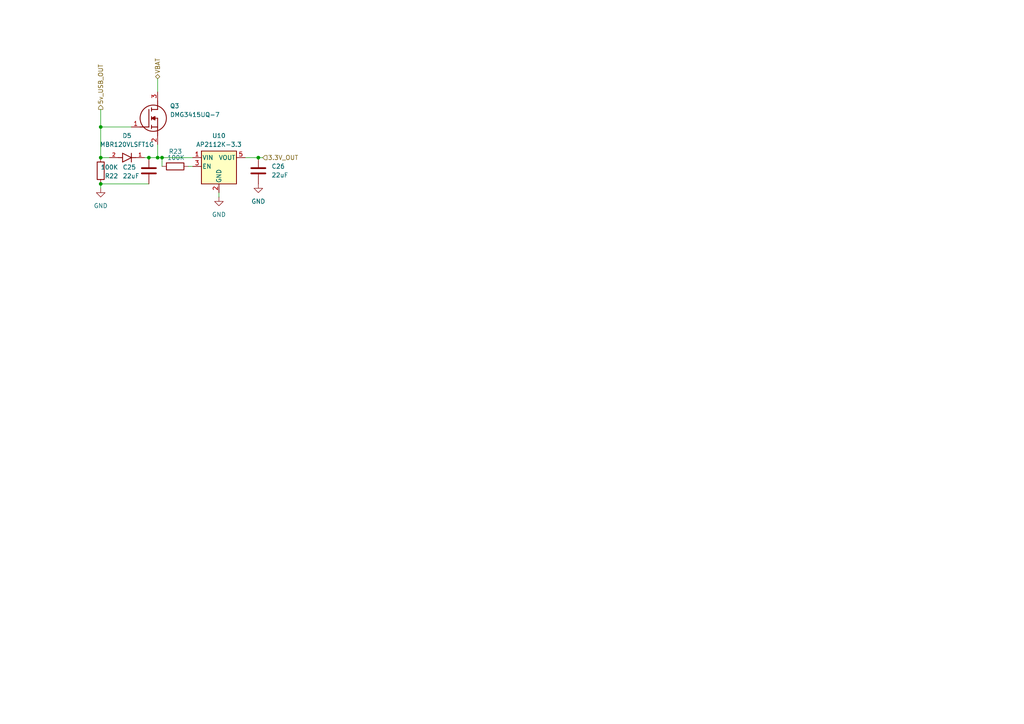
<source format=kicad_sch>
(kicad_sch (version 20250114) (generator "eeschema") (generator_version "9.0")
  (paper "A4")
  (lib_symbols
    (symbol "DMG3415UQ-7:DMG3415UQ-7" (pin_names (hide yes))
      (property "Reference" "Q" (at 11.43 3.81 0))
      (property "Value" "DMG3415UQ-7" (at 11.43 1.27 0))
      (symbol "DMG3415UQ-7_1_1"
        (polyline (pts (xy 2.54 0) (xy 5.08 0)) (stroke (width 0.254)))
        (polyline (pts (xy 5.08 5.08) (xy 5.08 0)) (stroke (width 0.254)))
        (polyline (pts (xy 5.842 5.588) (xy 5.842 4.572)) (stroke (width 0.254)))
        (polyline (pts (xy 5.842 2.54) (xy 6.858 3.048) (xy 6.858 2.032) (xy 5.842 2.54)) (stroke (width 0.254)) (fill (type outline)))
        (polyline (pts (xy 5.842 2.032) (xy 5.842 3.048)) (stroke (width 0.254)))
        (polyline (pts (xy 5.842 0) (xy 7.62 0)) (stroke (width 0.254)))
        (polyline (pts (xy 5.842 -0.508) (xy 5.842 0.508)) (stroke (width 0.254)))
        (circle (center 6.35 2.54) (radius 3.81) (stroke (width 0.254)))
        (polyline (pts (xy 7.62 5.08) (xy 5.842 5.08)) (stroke (width 0.254)))
        (polyline (pts (xy 7.62 5.08) (xy 7.62 7.62)) (stroke (width 0.254)))
        (polyline (pts (xy 7.62 2.54) (xy 5.842 2.54)) (stroke (width 0.254)))
        (polyline (pts (xy 7.62 2.54) (xy 7.62 -2.54)) (stroke (width 0.254)))
        (pin passive line (at 0 0 0) (length 2.54) (name "G") (number "1"))
        (pin passive line (at 7.62 10.16 270) (length 2.54) (name "D") (number "3"))
        (pin passive line (at 7.62 -5.08 90) (length 2.54) (name "S") (number "2"))
      )
    )
    (symbol "Device:C" (pin_numbers (hide yes)) (pin_names (offset 0.254))
      (property "Reference" "C" (at 0.635 2.54 0))
      (property "Value" "C" (at 0.635 -2.54 0))
      (symbol "C_0_1"
        (polyline (pts (xy -2.032 0.762) (xy 2.032 0.762)) (stroke (width 0.508)))
        (polyline (pts (xy -2.032 -0.762) (xy 2.032 -0.762)) (stroke (width 0.508)))
      )
      (symbol "C_1_1"
        (pin passive line (at 0 3.81 270) (length 2.794) (name "~") (number "1"))
        (pin passive line (at 0 -3.81 90) (length 2.794) (name "~") (number "2"))
      )
    )
    (symbol "Device:R" (pin_numbers (hide yes)) (pin_names (offset 0))
      (property "Reference" "R" (at 2.032 0 90))
      (property "Value" "R" (at 0 0 90))
      (symbol "R_0_1"
        (rectangle (start -1.016 -2.54) (end 1.016 2.54) (stroke (width 0.254)))
      )
      (symbol "R_1_1"
        (pin passive line (at 0 3.81 270) (length 1.27) (name "~") (number "1"))
        (pin passive line (at 0 -3.81 90) (length 1.27) (name "~") (number "2"))
      )
    )
    (symbol "MBR120VLSFT1G:MBR120VLSFT1G" (pin_names (offset 1.016))
      (property "Reference" "D" (at -5.08 2.54 0))
      (property "Value" "MBR120VLSFT1G" (at -5.08 -3.81 0))
      (symbol "MBR120VLSFT1G_0_0"
        (polyline (pts (xy -2.54 0) (xy -1.27 0)) (stroke (width 0.254)))
        (polyline (pts (xy -1.27 1.27) (xy -1.27 -1.27)) (stroke (width 0.254)))
        (polyline (pts (xy -1.27 -1.27) (xy 1.27 0)) (stroke (width 0.254)))
        (polyline (pts (xy 1.27 1.27) (xy 1.27 -1.27)) (stroke (width 0.254)))
        (polyline (pts (xy 1.27 0) (xy -1.27 1.27)) (stroke (width 0.254)))
        (polyline (pts (xy 1.27 0) (xy 2.54 0)) (stroke (width 0.254)))
        (pin passive line (at -5.08 0 0) (length 2.54) (name "~") (number "2"))
        (pin passive line (at 5.08 0 180) (length 2.54) (name "~") (number "1"))
      )
    )
    (symbol "Regulator_Linear:AP2112K-3.3" (pin_names (offset 0.254))
      (property "Reference" "U" (at -5.08 5.715 0))
      (property "Value" "AP2112K-3.3" (at 0 5.715 0))
      (symbol "AP2112K-3.3_0_1"
        (rectangle (start -5.08 4.445) (end 5.08 -5.08) (stroke (width 0.254)) (fill (type background)))
      )
      (symbol "AP2112K-3.3_1_1"
        (pin power_in line (at -7.62 2.54 0) (length 2.54) (name "VIN") (number "1"))
        (pin input line (at -7.62 0 0) (length 2.54) (name "EN") (number "3"))
        (pin power_in line (at 0 -7.62 90) (length 2.54) (name "GND") (number "2"))
        (pin no_connect line (at 5.08 0 180) (length 2.54) (hide yes) (name "NC") (number "4"))
        (pin power_out line (at 7.62 2.54 180) (length 2.54) (name "VOUT") (number "5"))
      )
    )
    (symbol "power:GND" (power) (pin_numbers (hide yes)) (pin_names (offset 0) (hide yes))
      (property "Value" "GND" (at 0 -3.81 0))
      (symbol "GND_0_1"
        (polyline (pts (xy 0 0) (xy 0 -1.27) (xy 1.27 -1.27) (xy 0 -2.54) (xy -1.27 -1.27) (xy 0 -1.27)))
      )
      (symbol "GND_1_1"
        (pin power_in line (at 0 0 270) (length 0) (name "~") (number "1"))
      )
    )
  )
  (junction (at 46.99 45.72))
  (junction (at 74.93 45.72))
  (junction (at 29.21 53.34))
  (junction (at 29.21 45.72))
  (junction (at 45.72 45.72))
  (junction (at 29.21 36.83))
  (junction (at 43.18 45.72))
  (wire (pts (xy 29.21 31.75) (xy 29.21 36.83)))
  (wire (pts (xy 71.12 45.72) (xy 74.93 45.72)))
  (wire (pts (xy 63.5 55.88) (xy 63.5 57.15)))
  (wire (pts (xy 74.93 45.72) (xy 76.2 45.72)))
  (wire (pts (xy 45.72 45.72) (xy 46.99 45.72)))
  (wire (pts (xy 45.72 22.86) (xy 45.72 26.67)))
  (wire (pts (xy 46.99 45.72) (xy 46.99 48.26)))
  (wire (pts (xy 46.99 45.72) (xy 55.88 45.72)))
  (wire (pts (xy 29.21 45.72) (xy 31.75 45.72)))
  (wire (pts (xy 29.21 53.34) (xy 29.21 54.61)))
  (wire (pts (xy 29.21 53.34) (xy 43.18 53.34)))
  (wire (pts (xy 29.21 36.83) (xy 38.1 36.83)))
  (wire (pts (xy 43.18 45.72) (xy 45.72 45.72)))
  (wire (pts (xy 41.91 45.72) (xy 43.18 45.72)))
  (wire (pts (xy 45.72 41.91) (xy 45.72 45.72)))
  (wire (pts (xy 29.21 36.83) (xy 29.21 45.72)))
  (wire (pts (xy 55.88 48.26) (xy 54.61 48.26)))
  (hierarchical_label "5v_USB_OUT" (shape output) (at 29.21 31.75 90))
  (hierarchical_label "3.3V_OUT" (shape input) (at 76.2 45.72 0))
  (hierarchical_label "VBAT" (shape bidirectional) (at 45.72 22.86 90))
  (symbol (lib_id "MBR120VLSFT1G:MBR120VLSFT1G") (at 36.83 45.72 0) (unit 1)
    (property "Reference" "D5" (at 36.83 39.37 0))
    (property "Value" "MBR120VLSFT1G" (at 36.83 41.91 0))
    (property "Footprint" "MBR120VLSFT1G:DIOM3616X98N" (effects (hide yes)))
    (property "PARTREV" "5/10/2013" (effects (hide yes)))
    (property "STANDARD" "IPC-7351B" (effects (hide yes)))
    (property "MAXIMUM_PACKAGE_HEIGHT" "0.98 mm" (effects (hide yes)))
    (property "MANUFACTURER" "ON SEMICONDUCTOR" (effects (hide yes)))
  )
  (symbol (lib_id "Device:C") (at 74.93 49.53 0) (unit 1)
    (property "Reference" "C26" (at 78.74 48.2599 0) (effects (justify left)))
    (property "Value" "22uF" (at 78.74 50.7999 0) (effects (justify left)))
    (property "Footprint" "Capacitor_SMD:C_0805_2012Metric" (effects (hide yes)))
    (property "Description" "Unpolarized capacitor" (effects (hide yes)))
  )
  (symbol (lib_id "power:GND") (at 63.5 57.15 0) (unit 1)
    (property "Reference" "#PWR034" (effects (hide yes)))
    (property "Value" "GND" (at 63.5 62.23 0))
    (property "Description" "Power symbol creates a global label with name \"GND\" , ground" (effects (hide yes)))
  )
  (symbol (lib_id "Regulator_Linear:AP2112K-3.3") (at 63.5 48.26 0) (unit 1)
    (property "Reference" "U10" (at 63.5 39.37 0))
    (property "Value" "AP2112K-3.3" (at 63.5 41.91 0))
    (property "Footprint" "Package_TO_SOT_SMD:SOT-23-5" (effects (hide yes)))
    (property "Datasheet" "https://www.diodes.com/assets/Datasheets/AP2112.pdf" (effects (hide yes)))
    (property "Description" "600mA low dropout linear regulator, with enable pin, 3.8V-6V input voltage range, 3.3V fixed positive output, SOT-23-5" (effects (hide yes)))
  )
  (symbol (lib_id "power:GND") (at 29.21 54.61 0) (unit 1)
    (property "Reference" "#PWR033" (effects (hide yes)))
    (property "Value" "GND" (at 29.21 59.69 0))
    (property "Description" "Power symbol creates a global label with name \"GND\" , ground" (effects (hide yes)))
  )
  (symbol (lib_id "Device:R") (at 50.8 48.26 270) (unit 1)
    (property "Reference" "R23" (at 52.832 43.942 90) (effects (justify right)))
    (property "Value" "100K" (at 53.594 45.72 90) (effects (justify right)))
    (property "Footprint" "Resistor_SMD:R_0603_1608Metric" (effects (hide yes)))
    (property "Description" "Resistor" (effects (hide yes)))
  )
  (symbol (lib_id "DMG3415UQ-7:DMG3415UQ-7") (at 38.1 36.83 0) (unit 1)
    (property "Reference" "Q3" (at 49.276 30.734 0) (effects (justify left)))
    (property "Value" "DMG3415UQ-7" (at 49.276 33.274 0) (effects (justify left)))
    (property "Datasheet" "https://www.diodes.com//assets/Datasheets/products_inactive_data/DMG3415UQ.pdf" (effects (hide yes)))
    (property "Description" "MOSFET MOSFET BVDSS: 8V 24V SOT23 T&R 3K" (effects (hide yes)))
    (property "Height" "1.1" (effects (hide yes)))
    (property "Mouser Part Number" "621-DMG3415UQ-7" (effects (hide yes)))
    (property "Mouser Price/Stock" "https://www.mouser.co.uk/ProductDetail/Diodes-Incorporated/DMG3415UQ-7?qs=W%2FMpXkg%252BdQ7LApGrRiCM5A%3D%3D" (effects (hide yes)))
    (property "Manufacturer_Name" "Diodes Incorporated" (effects (hide yes)))
    (property "Manufacturer_Part_Number" "DMG3415UQ-7" (effects (hide yes)))
  )
  (symbol (lib_id "power:GND") (at 74.93 53.34 0) (unit 1)
    (property "Reference" "#PWR036" (effects (hide yes)))
    (property "Value" "GND" (at 74.93 58.42 0))
    (property "Description" "Power symbol creates a global label with name \"GND\" , ground" (effects (hide yes)))
  )
  (symbol (lib_id "Device:R") (at 29.21 49.53 0) (unit 1)
    (property "Reference" "R22" (at 34.29 51.054 0) (effects (justify right)))
    (property "Value" "100K" (at 34.29 48.514 0) (effects (justify right)))
    (property "Footprint" "Resistor_SMD:R_0603_1608Metric" (effects (hide yes)))
    (property "Description" "Resistor" (effects (hide yes)))
  )
  (symbol (lib_id "Device:C") (at 43.18 49.53 0) (unit 1)
    (property "Reference" "C25" (at 35.56 48.514 0) (effects (justify left)))
    (property "Value" "22uF" (at 35.56 51.054 0) (effects (justify left)))
    (property "Footprint" "Capacitor_SMD:C_0805_2012Metric" (effects (hide yes)))
    (property "Description" "Unpolarized capacitor" (effects (hide yes)))
  )
)
</source>
